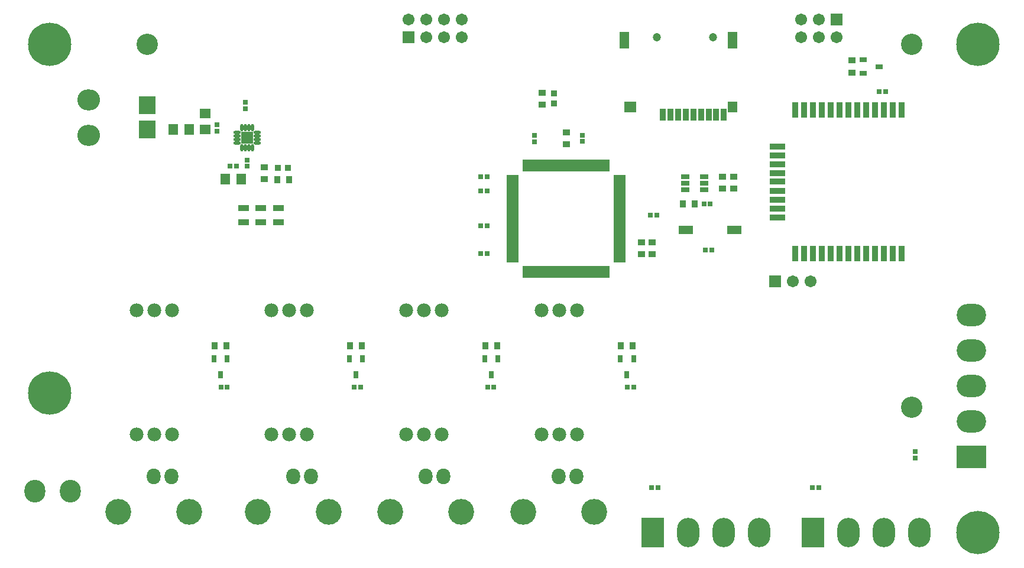
<source format=gts>
G04 Layer_Color=8388736*
%FSTAX24Y24*%
%MOIN*%
G70*
G01*
G75*
%ADD69R,0.0356X0.0867*%
%ADD70R,0.0867X0.0356*%
%ADD71R,0.0198X0.0655*%
%ADD72R,0.0655X0.0198*%
%ADD73R,0.0336X0.0415*%
%ADD74R,0.0415X0.0336*%
%ADD75R,0.0592X0.0375*%
%ADD76R,0.0580X0.0630*%
%ADD77R,0.0281X0.0297*%
%ADD78R,0.0630X0.0580*%
%ADD79R,0.0297X0.0281*%
%ADD80R,0.0926X0.0986*%
%ADD81C,0.1200*%
%ADD82R,0.0316X0.0434*%
%ADD83R,0.0789X0.0474*%
%ADD84R,0.0474X0.0316*%
%ADD85R,0.0380X0.0380*%
%ADD86R,0.0552X0.0946*%
%ADD87R,0.0356X0.0710*%
%ADD88R,0.0552X0.0631*%
%ADD89R,0.0710X0.0631*%
%ADD90O,0.0178X0.0415*%
%ADD91O,0.0415X0.0178*%
%ADD92R,0.0671X0.0671*%
%ADD93R,0.0380X0.0380*%
%ADD94R,0.0434X0.0316*%
%ADD95C,0.0671*%
%ADD96R,0.0671X0.0671*%
%ADD97O,0.0780X0.0880*%
%ADD98C,0.1458*%
%ADD99R,0.1655X0.1261*%
%ADD100O,0.1655X0.1261*%
%ADD101C,0.2442*%
%ADD102O,0.1280X0.1180*%
%ADD103O,0.1180X0.1280*%
%ADD104C,0.0780*%
%ADD105R,0.1261X0.1655*%
%ADD106O,0.1261X0.1655*%
%ADD107C,0.0474*%
D69*
X43655Y345467D02*
D03*
X43605Y345467D02*
D03*
X43555Y345467D02*
D03*
X43505Y345467D02*
D03*
X43455D02*
D03*
X43405Y345467D02*
D03*
X43355Y345467D02*
D03*
X43305Y345467D02*
D03*
X43255Y345467D02*
D03*
X43205Y345467D02*
D03*
X43155Y345467D02*
D03*
X43105Y345467D02*
D03*
X43055Y345467D02*
D03*
X43055Y353561D02*
D03*
X43655Y353561D02*
D03*
X43605D02*
D03*
X43555Y353561D02*
D03*
X43505Y353561D02*
D03*
X43455Y353561D02*
D03*
X43405Y353561D02*
D03*
X43355Y353561D02*
D03*
X43305D02*
D03*
X43255Y353561D02*
D03*
X43205Y353561D02*
D03*
X43155Y353561D02*
D03*
X43105D02*
D03*
D70*
X42955Y347514D02*
D03*
X42955Y348014D02*
D03*
X42955Y348514D02*
D03*
X42955Y349014D02*
D03*
Y349526D02*
D03*
Y350014D02*
D03*
X42955Y350514D02*
D03*
X42955Y351014D02*
D03*
X42955Y351514D02*
D03*
D71*
X419983Y350437D02*
D03*
X419787Y350437D02*
D03*
X41959D02*
D03*
X419393D02*
D03*
X419196Y350437D02*
D03*
X418999D02*
D03*
X418802D02*
D03*
X418605D02*
D03*
X418409D02*
D03*
X418212D02*
D03*
X418015D02*
D03*
X417818D02*
D03*
X417621D02*
D03*
X417424D02*
D03*
X417228D02*
D03*
X417031D02*
D03*
X416834D02*
D03*
X416637D02*
D03*
X41644D02*
D03*
X416243D02*
D03*
X416046D02*
D03*
X41585D02*
D03*
X415653Y350437D02*
D03*
X415456D02*
D03*
X415259Y350437D02*
D03*
X415259Y344433D02*
D03*
X415456D02*
D03*
X415653D02*
D03*
X41585D02*
D03*
X416046Y344433D02*
D03*
X416243D02*
D03*
X41644Y344433D02*
D03*
X416637D02*
D03*
X416834Y344433D02*
D03*
X417031D02*
D03*
X417228D02*
D03*
X417424D02*
D03*
X417621D02*
D03*
X417818Y344433D02*
D03*
X418015Y344433D02*
D03*
X418212D02*
D03*
X418409D02*
D03*
X418605D02*
D03*
X418802D02*
D03*
X418999Y344433D02*
D03*
X419196D02*
D03*
X419393D02*
D03*
X41959D02*
D03*
X419787D02*
D03*
X419983Y344433D02*
D03*
D72*
X414619Y349797D02*
D03*
X414619Y3496D02*
D03*
Y349404D02*
D03*
Y349207D02*
D03*
X414619Y34901D02*
D03*
Y348813D02*
D03*
Y348616D02*
D03*
Y348419D02*
D03*
Y348222D02*
D03*
Y348026D02*
D03*
Y347829D02*
D03*
Y347632D02*
D03*
Y347435D02*
D03*
Y347238D02*
D03*
Y347041D02*
D03*
Y346844D02*
D03*
Y346648D02*
D03*
Y346451D02*
D03*
Y346254D02*
D03*
Y346057D02*
D03*
Y34586D02*
D03*
X414619Y345663D02*
D03*
Y345467D02*
D03*
Y34527D02*
D03*
X414619Y345073D02*
D03*
X420623D02*
D03*
Y34527D02*
D03*
Y345467D02*
D03*
Y345663D02*
D03*
Y34586D02*
D03*
Y346057D02*
D03*
Y346254D02*
D03*
Y346451D02*
D03*
X420623Y346648D02*
D03*
Y346844D02*
D03*
Y347041D02*
D03*
X420623Y347238D02*
D03*
X420623Y347435D02*
D03*
Y347632D02*
D03*
X420623Y347829D02*
D03*
Y348026D02*
D03*
Y348222D02*
D03*
X420623Y348419D02*
D03*
Y348616D02*
D03*
X420623Y348813D02*
D03*
Y34901D02*
D03*
X420623Y349207D02*
D03*
Y349404D02*
D03*
Y3496D02*
D03*
Y349797D02*
D03*
D73*
X406105Y34027D02*
D03*
X405436D02*
D03*
X398468Y34027D02*
D03*
X397798Y34027D02*
D03*
X421381Y34027D02*
D03*
X420712D02*
D03*
X413743D02*
D03*
X413074D02*
D03*
X424885Y348262D02*
D03*
X424216D02*
D03*
X402011Y34964D02*
D03*
X401342D02*
D03*
D74*
X417621Y352297D02*
D03*
Y351628D02*
D03*
X421873Y346116D02*
D03*
Y345447D02*
D03*
X422464Y346116D02*
D03*
Y345447D02*
D03*
X42644Y349148D02*
D03*
Y349817D02*
D03*
X42707Y349148D02*
D03*
Y349817D02*
D03*
X416283Y353872D02*
D03*
Y354541D02*
D03*
X433724Y356352D02*
D03*
Y355683D02*
D03*
X400613Y350329D02*
D03*
Y349659D02*
D03*
D75*
X401401Y348026D02*
D03*
Y347238D02*
D03*
X399432Y348026D02*
D03*
Y347238D02*
D03*
X400417Y348026D02*
D03*
Y347238D02*
D03*
D76*
X396361Y352474D02*
D03*
X395461D02*
D03*
X399314Y349679D02*
D03*
X398414D02*
D03*
D77*
X41585Y352137D02*
D03*
Y351783D02*
D03*
X418527Y35214D02*
D03*
Y351785D02*
D03*
X437306Y333951D02*
D03*
Y334305D02*
D03*
X397936Y352376D02*
D03*
Y35273D02*
D03*
X39952Y353633D02*
D03*
Y353987D02*
D03*
X399649Y350388D02*
D03*
Y350742D02*
D03*
D78*
X397267Y352474D02*
D03*
Y353374D02*
D03*
D79*
X422444Y332278D02*
D03*
X422798D02*
D03*
X431499D02*
D03*
X431854D02*
D03*
X398153Y337947D02*
D03*
X398507D02*
D03*
X405672Y337947D02*
D03*
X406027D02*
D03*
X413192Y337947D02*
D03*
X413546D02*
D03*
X421066Y337947D02*
D03*
X42142D02*
D03*
X42272Y347632D02*
D03*
X422365D02*
D03*
X425476Y345663D02*
D03*
X42583D02*
D03*
X425397Y348262D02*
D03*
X425751D02*
D03*
X412798Y34901D02*
D03*
X413153D02*
D03*
X412798Y349797D02*
D03*
X413153D02*
D03*
Y347041D02*
D03*
X412798D02*
D03*
X413153Y345467D02*
D03*
X412798D02*
D03*
X435279Y3546D02*
D03*
X435633D02*
D03*
X399039Y350388D02*
D03*
X398684D02*
D03*
D80*
X393999Y352465D02*
D03*
Y353823D02*
D03*
D81*
Y357278D02*
D03*
X437109Y336805D02*
D03*
Y357278D02*
D03*
D82*
X398507Y339541D02*
D03*
X397759Y339541D02*
D03*
X398133Y338636D02*
D03*
X406145Y339541D02*
D03*
X405397D02*
D03*
X405771Y338636D02*
D03*
X413783Y339541D02*
D03*
X413035D02*
D03*
X413409Y338636D02*
D03*
X42142Y339541D02*
D03*
X420672D02*
D03*
X421046Y338636D02*
D03*
D83*
X427109Y346805D02*
D03*
X424354D02*
D03*
D84*
X424324Y349069D02*
D03*
Y349443D02*
D03*
Y349817D02*
D03*
X425407D02*
D03*
X425407Y349443D02*
D03*
X425407Y349069D02*
D03*
D85*
X416952Y353946D02*
D03*
Y354506D02*
D03*
D86*
X426991Y357514D02*
D03*
X420889D02*
D03*
D87*
X426519Y353301D02*
D03*
X426086Y353301D02*
D03*
X425653Y353301D02*
D03*
X42522D02*
D03*
X424787D02*
D03*
X424354Y353301D02*
D03*
X42392Y353301D02*
D03*
X423487D02*
D03*
X423054D02*
D03*
D88*
X426991Y353734D02*
D03*
D89*
X421243D02*
D03*
D90*
X399334Y351431D02*
D03*
X399531D02*
D03*
X399728D02*
D03*
X399924D02*
D03*
Y352573D02*
D03*
X399728D02*
D03*
X399531D02*
D03*
X399334D02*
D03*
D91*
X4002Y351707D02*
D03*
Y351904D02*
D03*
Y3521D02*
D03*
Y352297D02*
D03*
X399058D02*
D03*
Y3521D02*
D03*
Y351904D02*
D03*
Y351707D02*
D03*
D92*
X399629Y352002D02*
D03*
D93*
X401376Y350309D02*
D03*
X401936D02*
D03*
D94*
X434373Y356392D02*
D03*
X434373Y355644D02*
D03*
X435279Y356018D02*
D03*
D95*
X431417Y343892D02*
D03*
X430417D02*
D03*
X408747Y358683D02*
D03*
X409747Y357683D02*
D03*
Y358683D02*
D03*
X410747Y357683D02*
D03*
Y358683D02*
D03*
X411747Y357683D02*
D03*
Y358683D02*
D03*
X432873Y357683D02*
D03*
X431873Y358683D02*
D03*
Y357683D02*
D03*
X430873Y358683D02*
D03*
Y357683D02*
D03*
D96*
X429417Y343892D02*
D03*
X408747Y357683D02*
D03*
X432873Y358683D02*
D03*
D97*
X403235Y3329D02*
D03*
X402235D02*
D03*
X395361D02*
D03*
X394361D02*
D03*
X410716D02*
D03*
X409716D02*
D03*
X418196D02*
D03*
X417196D02*
D03*
D98*
X404235Y3309D02*
D03*
X400235D02*
D03*
X396361D02*
D03*
X392361D02*
D03*
X411716D02*
D03*
X407716D02*
D03*
X419196D02*
D03*
X415196D02*
D03*
D99*
X440456Y333986D02*
D03*
D100*
Y335986D02*
D03*
Y337986D02*
D03*
Y339986D02*
D03*
Y341986D02*
D03*
D101*
X44085Y329719D02*
D03*
X388487Y337593D02*
D03*
Y357278D02*
D03*
X44085D02*
D03*
D102*
X390692Y35412D02*
D03*
Y35212D02*
D03*
D103*
X387668Y332081D02*
D03*
X389669D02*
D03*
D104*
X393393Y342274D02*
D03*
X394393D02*
D03*
X395393D02*
D03*
Y335274D02*
D03*
X394393D02*
D03*
X393393D02*
D03*
X401004Y342274D02*
D03*
X402004D02*
D03*
X403004D02*
D03*
Y335274D02*
D03*
X402004D02*
D03*
X401004D02*
D03*
X408616Y342274D02*
D03*
X409616D02*
D03*
X410616D02*
D03*
Y335274D02*
D03*
X409616D02*
D03*
X408616D02*
D03*
X416228Y342274D02*
D03*
X417228D02*
D03*
X418228D02*
D03*
Y335274D02*
D03*
X417228D02*
D03*
X416228D02*
D03*
D105*
X43155Y329719D02*
D03*
X422495D02*
D03*
D106*
X43355D02*
D03*
X43555D02*
D03*
X43755D02*
D03*
X424495D02*
D03*
X426495D02*
D03*
X428495D02*
D03*
D107*
X425889Y357671D02*
D03*
X422739D02*
D03*
M02*

</source>
